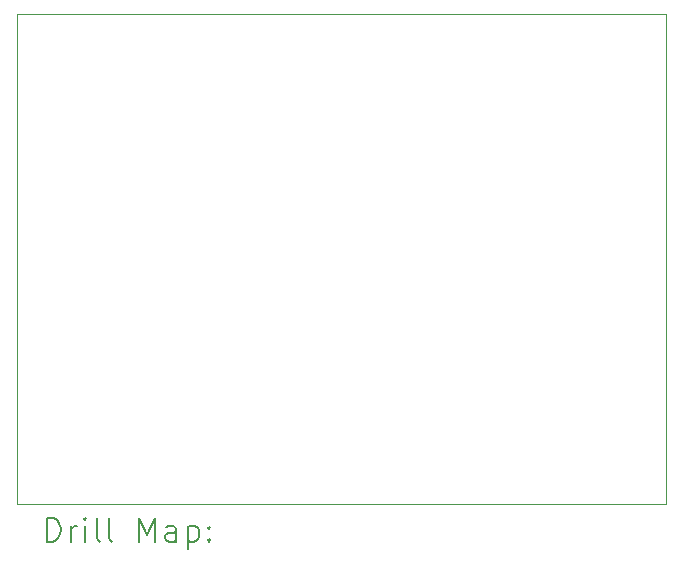
<source format=gbr>
%TF.GenerationSoftware,KiCad,Pcbnew,9.0.3*%
%TF.CreationDate,2026-02-26T20:24:48-03:00*%
%TF.ProjectId,EEGFrontier,45454746-726f-46e7-9469-65722e6b6963,rev?*%
%TF.SameCoordinates,Original*%
%TF.FileFunction,Drillmap*%
%TF.FilePolarity,Positive*%
%FSLAX45Y45*%
G04 Gerber Fmt 4.5, Leading zero omitted, Abs format (unit mm)*
G04 Created by KiCad (PCBNEW 9.0.3) date 2026-02-26 20:24:48*
%MOMM*%
%LPD*%
G01*
G04 APERTURE LIST*
%ADD10C,0.050000*%
%ADD11C,0.200000*%
G04 APERTURE END LIST*
D10*
X10700000Y-6101250D02*
X16202500Y-6101250D01*
X16202500Y-10253750D01*
X10700000Y-10253750D01*
X10700000Y-6101250D01*
D11*
X10958277Y-10567734D02*
X10958277Y-10367734D01*
X10958277Y-10367734D02*
X11005896Y-10367734D01*
X11005896Y-10367734D02*
X11034467Y-10377258D01*
X11034467Y-10377258D02*
X11053515Y-10396305D01*
X11053515Y-10396305D02*
X11063039Y-10415353D01*
X11063039Y-10415353D02*
X11072563Y-10453448D01*
X11072563Y-10453448D02*
X11072563Y-10482020D01*
X11072563Y-10482020D02*
X11063039Y-10520115D01*
X11063039Y-10520115D02*
X11053515Y-10539162D01*
X11053515Y-10539162D02*
X11034467Y-10558210D01*
X11034467Y-10558210D02*
X11005896Y-10567734D01*
X11005896Y-10567734D02*
X10958277Y-10567734D01*
X11158277Y-10567734D02*
X11158277Y-10434400D01*
X11158277Y-10472496D02*
X11167801Y-10453448D01*
X11167801Y-10453448D02*
X11177324Y-10443924D01*
X11177324Y-10443924D02*
X11196372Y-10434400D01*
X11196372Y-10434400D02*
X11215420Y-10434400D01*
X11282086Y-10567734D02*
X11282086Y-10434400D01*
X11282086Y-10367734D02*
X11272562Y-10377258D01*
X11272562Y-10377258D02*
X11282086Y-10386781D01*
X11282086Y-10386781D02*
X11291610Y-10377258D01*
X11291610Y-10377258D02*
X11282086Y-10367734D01*
X11282086Y-10367734D02*
X11282086Y-10386781D01*
X11405896Y-10567734D02*
X11386848Y-10558210D01*
X11386848Y-10558210D02*
X11377324Y-10539162D01*
X11377324Y-10539162D02*
X11377324Y-10367734D01*
X11510658Y-10567734D02*
X11491610Y-10558210D01*
X11491610Y-10558210D02*
X11482086Y-10539162D01*
X11482086Y-10539162D02*
X11482086Y-10367734D01*
X11739229Y-10567734D02*
X11739229Y-10367734D01*
X11739229Y-10367734D02*
X11805896Y-10510591D01*
X11805896Y-10510591D02*
X11872562Y-10367734D01*
X11872562Y-10367734D02*
X11872562Y-10567734D01*
X12053515Y-10567734D02*
X12053515Y-10462972D01*
X12053515Y-10462972D02*
X12043991Y-10443924D01*
X12043991Y-10443924D02*
X12024943Y-10434400D01*
X12024943Y-10434400D02*
X11986848Y-10434400D01*
X11986848Y-10434400D02*
X11967801Y-10443924D01*
X12053515Y-10558210D02*
X12034467Y-10567734D01*
X12034467Y-10567734D02*
X11986848Y-10567734D01*
X11986848Y-10567734D02*
X11967801Y-10558210D01*
X11967801Y-10558210D02*
X11958277Y-10539162D01*
X11958277Y-10539162D02*
X11958277Y-10520115D01*
X11958277Y-10520115D02*
X11967801Y-10501067D01*
X11967801Y-10501067D02*
X11986848Y-10491543D01*
X11986848Y-10491543D02*
X12034467Y-10491543D01*
X12034467Y-10491543D02*
X12053515Y-10482020D01*
X12148753Y-10434400D02*
X12148753Y-10634400D01*
X12148753Y-10443924D02*
X12167801Y-10434400D01*
X12167801Y-10434400D02*
X12205896Y-10434400D01*
X12205896Y-10434400D02*
X12224943Y-10443924D01*
X12224943Y-10443924D02*
X12234467Y-10453448D01*
X12234467Y-10453448D02*
X12243991Y-10472496D01*
X12243991Y-10472496D02*
X12243991Y-10529639D01*
X12243991Y-10529639D02*
X12234467Y-10548686D01*
X12234467Y-10548686D02*
X12224943Y-10558210D01*
X12224943Y-10558210D02*
X12205896Y-10567734D01*
X12205896Y-10567734D02*
X12167801Y-10567734D01*
X12167801Y-10567734D02*
X12148753Y-10558210D01*
X12329705Y-10548686D02*
X12339229Y-10558210D01*
X12339229Y-10558210D02*
X12329705Y-10567734D01*
X12329705Y-10567734D02*
X12320182Y-10558210D01*
X12320182Y-10558210D02*
X12329705Y-10548686D01*
X12329705Y-10548686D02*
X12329705Y-10567734D01*
X12329705Y-10443924D02*
X12339229Y-10453448D01*
X12339229Y-10453448D02*
X12329705Y-10462972D01*
X12329705Y-10462972D02*
X12320182Y-10453448D01*
X12320182Y-10453448D02*
X12329705Y-10443924D01*
X12329705Y-10443924D02*
X12329705Y-10462972D01*
M02*

</source>
